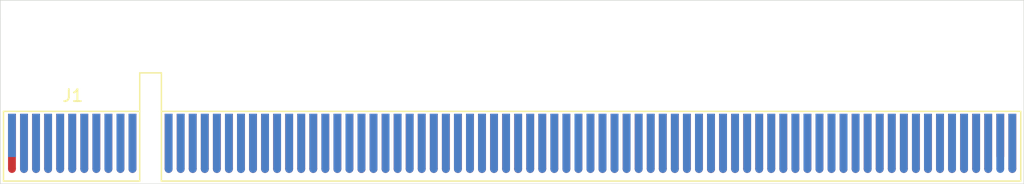
<source format=kicad_pcb>
(kicad_pcb (version 20171130) (host pcbnew "(5.1.4)-1")

  (general
    (thickness 1.6)
    (drawings 6)
    (tracks 0)
    (zones 0)
    (modules 1)
    (nets 163)
  )

  (page A4)
  (layers
    (0 F.Cu signal)
    (31 B.Cu signal)
    (32 B.Adhes user)
    (33 F.Adhes user)
    (34 B.Paste user)
    (35 F.Paste user)
    (36 B.SilkS user)
    (37 F.SilkS user)
    (38 B.Mask user)
    (39 F.Mask user)
    (40 Dwgs.User user)
    (41 Cmts.User user)
    (42 Eco1.User user)
    (43 Eco2.User user)
    (44 Edge.Cuts user)
    (45 Margin user)
    (46 B.CrtYd user)
    (47 F.CrtYd user)
    (48 B.Fab user)
    (49 F.Fab user)
  )

  (setup
    (last_trace_width 0.25)
    (trace_clearance 0.2)
    (zone_clearance 0.508)
    (zone_45_only no)
    (trace_min 0.2)
    (via_size 0.8)
    (via_drill 0.4)
    (via_min_size 0.4)
    (via_min_drill 0.3)
    (uvia_size 0.3)
    (uvia_drill 0.1)
    (uvias_allowed no)
    (uvia_min_size 0.2)
    (uvia_min_drill 0.1)
    (edge_width 0.05)
    (segment_width 0.2)
    (pcb_text_width 0.3)
    (pcb_text_size 1.5 1.5)
    (mod_edge_width 0.12)
    (mod_text_size 1 1)
    (mod_text_width 0.15)
    (pad_size 1.524 1.524)
    (pad_drill 0.762)
    (pad_to_mask_clearance 0.051)
    (solder_mask_min_width 0.25)
    (aux_axis_origin 0 0)
    (visible_elements FFFFFF7F)
    (pcbplotparams
      (layerselection 0x010fc_ffffffff)
      (usegerberextensions false)
      (usegerberattributes false)
      (usegerberadvancedattributes false)
      (creategerberjobfile false)
      (excludeedgelayer true)
      (linewidth 0.100000)
      (plotframeref false)
      (viasonmask false)
      (mode 1)
      (useauxorigin false)
      (hpglpennumber 1)
      (hpglpenspeed 20)
      (hpglpendiameter 15.000000)
      (psnegative false)
      (psa4output false)
      (plotreference true)
      (plotvalue true)
      (plotinvisibletext false)
      (padsonsilk false)
      (subtractmaskfromsilk false)
      (outputformat 1)
      (mirror false)
      (drillshape 1)
      (scaleselection 1)
      (outputdirectory ""))
  )

  (net 0 "")
  (net 1 "Net-(J1-PadB82)")
  (net 2 "Net-(J1-PadB78)")
  (net 3 "Net-(J1-PadB77)")
  (net 4 "Net-(J1-PadB71)")
  (net 5 "Net-(J1-PadB72)")
  (net 6 "Net-(J1-PadB80)")
  (net 7 "Net-(J1-PadB74)")
  (net 8 "Net-(J1-PadB76)")
  (net 9 "Net-(J1-PadB79)")
  (net 10 "Net-(J1-PadB75)")
  (net 11 "Net-(J1-PadB73)")
  (net 12 "Net-(J1-PadA76)")
  (net 13 "Net-(J1-PadA72)")
  (net 14 "Net-(J1-PadA73)")
  (net 15 "Net-(J1-PadA78)")
  (net 16 "Net-(J1-PadA70)")
  (net 17 "Net-(J1-PadA69)")
  (net 18 "Net-(J1-PadA79)")
  (net 19 "Net-(J1-PadA74)")
  (net 20 "Net-(J1-PadA75)")
  (net 21 "Net-(J1-PadA77)")
  (net 22 "Net-(J1-PadA82)")
  (net 23 "Net-(J1-PadA80)")
  (net 24 "Net-(J1-PadA71)")
  (net 25 "Net-(J1-PadA81)")
  (net 26 "Net-(J1-PadA49)")
  (net 27 "Net-(J1-PadA52)")
  (net 28 "Net-(J1-PadA50)")
  (net 29 "Net-(J1-PadA51)")
  (net 30 "Net-(J1-PadA53)")
  (net 31 "Net-(J1-PadA59)")
  (net 32 "Net-(J1-PadA56)")
  (net 33 "Net-(J1-PadA60)")
  (net 34 "Net-(J1-PadA57)")
  (net 35 "Net-(J1-PadA54)")
  (net 36 "Net-(J1-PadA55)")
  (net 37 "Net-(J1-PadA64)")
  (net 38 "Net-(J1-PadA63)")
  (net 39 "Net-(J1-PadA58)")
  (net 40 "Net-(J1-PadA61)")
  (net 41 "Net-(J1-PadA62)")
  (net 42 "Net-(J1-PadA66)")
  (net 43 "Net-(J1-PadA65)")
  (net 44 "Net-(J1-PadA68)")
  (net 45 "Net-(J1-PadA67)")
  (net 46 "Net-(J1-PadB1)")
  (net 47 "Net-(J1-PadB2)")
  (net 48 "Net-(J1-PadB3)")
  (net 49 "Net-(J1-PadB4)")
  (net 50 "Net-(J1-PadB5)")
  (net 51 "Net-(J1-PadB6)")
  (net 52 "Net-(J1-PadB7)")
  (net 53 "Net-(J1-PadB8)")
  (net 54 "Net-(J1-PadB9)")
  (net 55 "Net-(J1-PadB10)")
  (net 56 "Net-(J1-PadB11)")
  (net 57 "Net-(J1-PadB14)")
  (net 58 "Net-(J1-PadB15)")
  (net 59 "Net-(J1-PadB16)")
  (net 60 "Net-(J1-PadB18)")
  (net 61 "Net-(J1-PadB12)")
  (net 62 "Net-(J1-PadB13)")
  (net 63 "Net-(J1-PadA2)")
  (net 64 "Net-(J1-PadA3)")
  (net 65 "Net-(J1-PadA4)")
  (net 66 "Net-(J1-PadA5)")
  (net 67 "Net-(J1-PadA6)")
  (net 68 "Net-(J1-PadA7)")
  (net 69 "Net-(J1-PadA8)")
  (net 70 "Net-(J1-PadA9)")
  (net 71 "Net-(J1-PadA10)")
  (net 72 "Net-(J1-PadA11)")
  (net 73 "Net-(J1-PadA14)")
  (net 74 "Net-(J1-PadA15)")
  (net 75 "Net-(J1-PadA16)")
  (net 76 "Net-(J1-PadA17)")
  (net 77 "Net-(J1-PadA18)")
  (net 78 "Net-(J1-PadA12)")
  (net 79 "Net-(J1-PadA13)")
  (net 80 "Net-(J1-PadB17)")
  (net 81 "Net-(J1-PadA21)")
  (net 82 "Net-(J1-PadA20)")
  (net 83 "Net-(J1-PadB22)")
  (net 84 "Net-(J1-PadB24)")
  (net 85 "Net-(J1-PadB21)")
  (net 86 "Net-(J1-PadB19)")
  (net 87 "Net-(J1-PadA22)")
  (net 88 "Net-(J1-PadA23)")
  (net 89 "Net-(J1-PadB20)")
  (net 90 "Net-(J1-PadA19)")
  (net 91 "Net-(J1-PadA24)")
  (net 92 "Net-(J1-PadB23)")
  (net 93 "Net-(J1-PadB27)")
  (net 94 "Net-(J1-PadB28)")
  (net 95 "Net-(J1-PadB26)")
  (net 96 "Net-(J1-PadB25)")
  (net 97 "Net-(J1-PadA28)")
  (net 98 "Net-(J1-PadA27)")
  (net 99 "Net-(J1-PadA25)")
  (net 100 "Net-(J1-PadA26)")
  (net 101 "Net-(J1-PadB30)")
  (net 102 "Net-(J1-PadB31)")
  (net 103 "Net-(J1-PadB29)")
  (net 104 "Net-(J1-PadA30)")
  (net 105 "Net-(J1-PadA32)")
  (net 106 "Net-(J1-PadB32)")
  (net 107 "Net-(J1-PadA31)")
  (net 108 "Net-(J1-PadA29)")
  (net 109 "Net-(J1-PadB34)")
  (net 110 "Net-(J1-PadB35)")
  (net 111 "Net-(J1-PadB33)")
  (net 112 "Net-(J1-PadA34)")
  (net 113 "Net-(J1-PadA36)")
  (net 114 "Net-(J1-PadA35)")
  (net 115 "Net-(J1-PadB36)")
  (net 116 "Net-(J1-PadA33)")
  (net 117 "Net-(J1-PadB38)")
  (net 118 "Net-(J1-PadB39)")
  (net 119 "Net-(J1-PadB37)")
  (net 120 "Net-(J1-PadA38)")
  (net 121 "Net-(J1-PadA39)")
  (net 122 "Net-(J1-PadB40)")
  (net 123 "Net-(J1-PadA37)")
  (net 124 "Net-(J1-PadA40)")
  (net 125 "Net-(J1-PadB41)")
  (net 126 "Net-(J1-PadA42)")
  (net 127 "Net-(J1-PadA44)")
  (net 128 "Net-(J1-PadA43)")
  (net 129 "Net-(J1-PadA41)")
  (net 130 "Net-(J1-PadA46)")
  (net 131 "Net-(J1-PadA48)")
  (net 132 "Net-(J1-PadA47)")
  (net 133 "Net-(J1-PadA45)")
  (net 134 "Net-(J1-PadB43)")
  (net 135 "Net-(J1-PadB47)")
  (net 136 "Net-(J1-PadB44)")
  (net 137 "Net-(J1-PadB42)")
  (net 138 "Net-(J1-PadB45)")
  (net 139 "Net-(J1-PadB49)")
  (net 140 "Net-(J1-PadB52)")
  (net 141 "Net-(J1-PadB46)")
  (net 142 "Net-(J1-PadB56)")
  (net 143 "Net-(J1-PadB53)")
  (net 144 "Net-(J1-PadB48)")
  (net 145 "Net-(J1-PadB51)")
  (net 146 "Net-(J1-PadB55)")
  (net 147 "Net-(J1-PadB54)")
  (net 148 "Net-(J1-PadB57)")
  (net 149 "Net-(J1-PadB50)")
  (net 150 "Net-(J1-PadB64)")
  (net 151 "Net-(J1-PadB65)")
  (net 152 "Net-(J1-PadB60)")
  (net 153 "Net-(J1-PadB58)")
  (net 154 "Net-(J1-PadB62)")
  (net 155 "Net-(J1-PadB67)")
  (net 156 "Net-(J1-PadB66)")
  (net 157 "Net-(J1-PadB61)")
  (net 158 "Net-(J1-PadB59)")
  (net 159 "Net-(J1-PadB63)")
  (net 160 "Net-(J1-PadB68)")
  (net 161 "Net-(J1-PadB69)")
  (net 162 "Net-(J1-PadB70)")

  (net_class Default "これはデフォルトのネット クラスです。"
    (clearance 0.2)
    (trace_width 0.25)
    (via_dia 0.8)
    (via_drill 0.4)
    (uvia_dia 0.3)
    (uvia_drill 0.1)
    (add_net "Net-(J1-PadA1)")
    (add_net "Net-(J1-PadA10)")
    (add_net "Net-(J1-PadA11)")
    (add_net "Net-(J1-PadA12)")
    (add_net "Net-(J1-PadA13)")
    (add_net "Net-(J1-PadA14)")
    (add_net "Net-(J1-PadA15)")
    (add_net "Net-(J1-PadA16)")
    (add_net "Net-(J1-PadA17)")
    (add_net "Net-(J1-PadA18)")
    (add_net "Net-(J1-PadA19)")
    (add_net "Net-(J1-PadA2)")
    (add_net "Net-(J1-PadA20)")
    (add_net "Net-(J1-PadA21)")
    (add_net "Net-(J1-PadA22)")
    (add_net "Net-(J1-PadA23)")
    (add_net "Net-(J1-PadA24)")
    (add_net "Net-(J1-PadA25)")
    (add_net "Net-(J1-PadA26)")
    (add_net "Net-(J1-PadA27)")
    (add_net "Net-(J1-PadA28)")
    (add_net "Net-(J1-PadA29)")
    (add_net "Net-(J1-PadA3)")
    (add_net "Net-(J1-PadA30)")
    (add_net "Net-(J1-PadA31)")
    (add_net "Net-(J1-PadA32)")
    (add_net "Net-(J1-PadA33)")
    (add_net "Net-(J1-PadA34)")
    (add_net "Net-(J1-PadA35)")
    (add_net "Net-(J1-PadA36)")
    (add_net "Net-(J1-PadA37)")
    (add_net "Net-(J1-PadA38)")
    (add_net "Net-(J1-PadA39)")
    (add_net "Net-(J1-PadA4)")
    (add_net "Net-(J1-PadA40)")
    (add_net "Net-(J1-PadA41)")
    (add_net "Net-(J1-PadA42)")
    (add_net "Net-(J1-PadA43)")
    (add_net "Net-(J1-PadA44)")
    (add_net "Net-(J1-PadA45)")
    (add_net "Net-(J1-PadA46)")
    (add_net "Net-(J1-PadA47)")
    (add_net "Net-(J1-PadA48)")
    (add_net "Net-(J1-PadA49)")
    (add_net "Net-(J1-PadA5)")
    (add_net "Net-(J1-PadA50)")
    (add_net "Net-(J1-PadA51)")
    (add_net "Net-(J1-PadA52)")
    (add_net "Net-(J1-PadA53)")
    (add_net "Net-(J1-PadA54)")
    (add_net "Net-(J1-PadA55)")
    (add_net "Net-(J1-PadA56)")
    (add_net "Net-(J1-PadA57)")
    (add_net "Net-(J1-PadA58)")
    (add_net "Net-(J1-PadA59)")
    (add_net "Net-(J1-PadA6)")
    (add_net "Net-(J1-PadA60)")
    (add_net "Net-(J1-PadA61)")
    (add_net "Net-(J1-PadA62)")
    (add_net "Net-(J1-PadA63)")
    (add_net "Net-(J1-PadA64)")
    (add_net "Net-(J1-PadA65)")
    (add_net "Net-(J1-PadA66)")
    (add_net "Net-(J1-PadA67)")
    (add_net "Net-(J1-PadA68)")
    (add_net "Net-(J1-PadA69)")
    (add_net "Net-(J1-PadA7)")
    (add_net "Net-(J1-PadA70)")
    (add_net "Net-(J1-PadA71)")
    (add_net "Net-(J1-PadA72)")
    (add_net "Net-(J1-PadA73)")
    (add_net "Net-(J1-PadA74)")
    (add_net "Net-(J1-PadA75)")
    (add_net "Net-(J1-PadA76)")
    (add_net "Net-(J1-PadA77)")
    (add_net "Net-(J1-PadA78)")
    (add_net "Net-(J1-PadA79)")
    (add_net "Net-(J1-PadA8)")
    (add_net "Net-(J1-PadA80)")
    (add_net "Net-(J1-PadA81)")
    (add_net "Net-(J1-PadA82)")
    (add_net "Net-(J1-PadA9)")
    (add_net "Net-(J1-PadB1)")
    (add_net "Net-(J1-PadB10)")
    (add_net "Net-(J1-PadB11)")
    (add_net "Net-(J1-PadB12)")
    (add_net "Net-(J1-PadB13)")
    (add_net "Net-(J1-PadB14)")
    (add_net "Net-(J1-PadB15)")
    (add_net "Net-(J1-PadB16)")
    (add_net "Net-(J1-PadB17)")
    (add_net "Net-(J1-PadB18)")
    (add_net "Net-(J1-PadB19)")
    (add_net "Net-(J1-PadB2)")
    (add_net "Net-(J1-PadB20)")
    (add_net "Net-(J1-PadB21)")
    (add_net "Net-(J1-PadB22)")
    (add_net "Net-(J1-PadB23)")
    (add_net "Net-(J1-PadB24)")
    (add_net "Net-(J1-PadB25)")
    (add_net "Net-(J1-PadB26)")
    (add_net "Net-(J1-PadB27)")
    (add_net "Net-(J1-PadB28)")
    (add_net "Net-(J1-PadB29)")
    (add_net "Net-(J1-PadB3)")
    (add_net "Net-(J1-PadB30)")
    (add_net "Net-(J1-PadB31)")
    (add_net "Net-(J1-PadB32)")
    (add_net "Net-(J1-PadB33)")
    (add_net "Net-(J1-PadB34)")
    (add_net "Net-(J1-PadB35)")
    (add_net "Net-(J1-PadB36)")
    (add_net "Net-(J1-PadB37)")
    (add_net "Net-(J1-PadB38)")
    (add_net "Net-(J1-PadB39)")
    (add_net "Net-(J1-PadB4)")
    (add_net "Net-(J1-PadB40)")
    (add_net "Net-(J1-PadB41)")
    (add_net "Net-(J1-PadB42)")
    (add_net "Net-(J1-PadB43)")
    (add_net "Net-(J1-PadB44)")
    (add_net "Net-(J1-PadB45)")
    (add_net "Net-(J1-PadB46)")
    (add_net "Net-(J1-PadB47)")
    (add_net "Net-(J1-PadB48)")
    (add_net "Net-(J1-PadB49)")
    (add_net "Net-(J1-PadB5)")
    (add_net "Net-(J1-PadB50)")
    (add_net "Net-(J1-PadB51)")
    (add_net "Net-(J1-PadB52)")
    (add_net "Net-(J1-PadB53)")
    (add_net "Net-(J1-PadB54)")
    (add_net "Net-(J1-PadB55)")
    (add_net "Net-(J1-PadB56)")
    (add_net "Net-(J1-PadB57)")
    (add_net "Net-(J1-PadB58)")
    (add_net "Net-(J1-PadB59)")
    (add_net "Net-(J1-PadB6)")
    (add_net "Net-(J1-PadB60)")
    (add_net "Net-(J1-PadB61)")
    (add_net "Net-(J1-PadB62)")
    (add_net "Net-(J1-PadB63)")
    (add_net "Net-(J1-PadB64)")
    (add_net "Net-(J1-PadB65)")
    (add_net "Net-(J1-PadB66)")
    (add_net "Net-(J1-PadB67)")
    (add_net "Net-(J1-PadB68)")
    (add_net "Net-(J1-PadB69)")
    (add_net "Net-(J1-PadB7)")
    (add_net "Net-(J1-PadB70)")
    (add_net "Net-(J1-PadB71)")
    (add_net "Net-(J1-PadB72)")
    (add_net "Net-(J1-PadB73)")
    (add_net "Net-(J1-PadB74)")
    (add_net "Net-(J1-PadB75)")
    (add_net "Net-(J1-PadB76)")
    (add_net "Net-(J1-PadB77)")
    (add_net "Net-(J1-PadB78)")
    (add_net "Net-(J1-PadB79)")
    (add_net "Net-(J1-PadB8)")
    (add_net "Net-(J1-PadB80)")
    (add_net "Net-(J1-PadB81)")
    (add_net "Net-(J1-PadB82)")
    (add_net "Net-(J1-PadB9)")
  )

  (module PCIe:BUS_PCIexpress_x16_164_Position (layer F.Cu) (tedit 5DE0AF9B) (tstamp 5DE130A4)
    (at 101.092 126.238)
    (descr "PCIexpress Bus Edge Connector")
    (tags "PCIexpress Bus Edge Connector")
    (path /5E2B0BD4)
    (attr virtual)
    (fp_text reference J1 (at 5.05 -3.31) (layer F.SilkS)
      (effects (font (size 1 1) (thickness 0.15)))
    )
    (fp_text value Bus_PCIexpress_x16_164_Position (at 16.48 -3.31) (layer F.Fab)
      (effects (font (size 1 1) (thickness 0.15)))
    )
    (fp_text user %R (at 9.5 0.662) (layer F.Fab)
      (effects (font (size 1 1) (thickness 0.15)))
    )
    (fp_line (start 10.6 -2) (end 10.6 -5.2) (layer F.SilkS) (width 0.12))
    (fp_line (start 10.6 -5.2) (end 12.4 -5.2) (layer F.SilkS) (width 0.12))
    (fp_line (start 12.4 -5.2) (end 12.4 -2) (layer F.SilkS) (width 0.12))
    (fp_line (start -0.7 -2) (end 10.6 -2) (layer F.SilkS) (width 0.12))
    (fp_line (start 10.6 -2) (end 10.6 3.8) (layer F.SilkS) (width 0.12))
    (fp_line (start 10.6 3.8) (end -0.7 3.8) (layer F.SilkS) (width 0.12))
    (fp_line (start -0.7 3.8) (end -0.7 -2) (layer F.SilkS) (width 0.12))
    (fp_line (start 83.7 -2) (end 12.4 -2) (layer F.SilkS) (width 0.12))
    (fp_line (start 12.4 3.8) (end 83.7 3.8) (layer F.SilkS) (width 0.12))
    (fp_line (start 12.4 -2) (end 12.4 3.8) (layer F.SilkS) (width 0.12))
    (fp_line (start -0.95 -5.45) (end 83.947 -5.461) (layer F.CrtYd) (width 0.05))
    (fp_line (start -0.95 -5.45) (end -0.95 4.05) (layer F.CrtYd) (width 0.05))
    (fp_line (start 83.95 4.05) (end -0.95 4.05) (layer F.CrtYd) (width 0.05))
    (fp_line (start 83.7 -2) (end 83.7 3.8) (layer F.SilkS) (width 0.12))
    (fp_line (start 83.95 -5.461) (end 83.95 4.05) (layer F.CrtYd) (width 0.05))
    (pad B81 connect rect (at 82 0) (size 0.65 3.6) (layers F.Cu F.Mask))
    (pad B82 connect circle (at 83 2.8) (size 0.65 0.65) (layers F.Cu F.Mask)
      (net 1 "Net-(J1-PadB82)"))
    (pad B78 connect circle (at 79 2.8) (size 0.65 0.65) (layers F.Cu F.Mask)
      (net 2 "Net-(J1-PadB78)"))
    (pad B77 connect rect (at 78 0.5) (size 0.65 4.6) (layers F.Cu F.Mask)
      (net 3 "Net-(J1-PadB77)"))
    (pad B71 connect rect (at 72 0.5) (size 0.65 4.6) (layers F.Cu F.Mask)
      (net 4 "Net-(J1-PadB71)"))
    (pad B72 connect circle (at 73 2.8) (size 0.65 0.65) (layers F.Cu F.Mask)
      (net 5 "Net-(J1-PadB72)"))
    (pad B78 connect rect (at 79 0.5) (size 0.65 4.6) (layers F.Cu F.Mask)
      (net 2 "Net-(J1-PadB78)"))
    (pad B80 connect rect (at 81 0.5) (size 0.65 4.6) (layers F.Cu F.Mask)
      (net 6 "Net-(J1-PadB80)"))
    (pad B72 connect rect (at 73 0.5) (size 0.65 4.6) (layers F.Cu F.Mask)
      (net 5 "Net-(J1-PadB72)"))
    (pad B74 connect rect (at 75 0.5) (size 0.65 4.6) (layers F.Cu F.Mask)
      (net 7 "Net-(J1-PadB74)"))
    (pad B80 connect circle (at 81 2.8) (size 0.65 0.65) (layers F.Cu F.Mask)
      (net 6 "Net-(J1-PadB80)"))
    (pad B74 connect circle (at 75 2.8) (size 0.65 0.65) (layers F.Cu F.Mask)
      (net 7 "Net-(J1-PadB74)"))
    (pad B76 connect circle (at 77 2.8) (size 0.65 0.65) (layers F.Cu F.Mask)
      (net 8 "Net-(J1-PadB76)"))
    (pad B79 connect circle (at 80 2.8) (size 0.65 0.65) (layers F.Cu F.Mask)
      (net 9 "Net-(J1-PadB79)"))
    (pad B76 connect rect (at 77 0.5) (size 0.65 4.6) (layers F.Cu F.Mask)
      (net 8 "Net-(J1-PadB76)"))
    (pad B75 connect circle (at 76 2.8) (size 0.65 0.65) (layers F.Cu F.Mask)
      (net 10 "Net-(J1-PadB75)"))
    (pad B79 connect rect (at 80 0.5) (size 0.65 4.6) (layers F.Cu F.Mask)
      (net 9 "Net-(J1-PadB79)"))
    (pad B77 connect circle (at 78 2.8) (size 0.65 0.65) (layers F.Cu F.Mask)
      (net 3 "Net-(J1-PadB77)"))
    (pad B73 connect rect (at 74 0.5) (size 0.65 4.6) (layers F.Cu F.Mask)
      (net 11 "Net-(J1-PadB73)"))
    (pad B75 connect rect (at 76 0.5) (size 0.65 4.6) (layers F.Cu F.Mask)
      (net 10 "Net-(J1-PadB75)"))
    (pad B82 connect rect (at 83 0.5) (size 0.65 4.6) (layers F.Cu F.Mask)
      (net 1 "Net-(J1-PadB82)"))
    (pad B73 connect circle (at 74 2.8) (size 0.65 0.65) (layers F.Cu F.Mask)
      (net 11 "Net-(J1-PadB73)"))
    (pad A76 connect oval (at 77 2.8 90) (size 0.65 0.65) (layers B.Cu B.Mask)
      (net 12 "Net-(J1-PadA76)"))
    (pad A72 connect oval (at 73 2.8 90) (size 0.65 0.65) (layers B.Cu B.Mask)
      (net 13 "Net-(J1-PadA72)"))
    (pad A73 connect oval (at 74 2.8 90) (size 0.65 0.65) (layers B.Cu B.Mask)
      (net 14 "Net-(J1-PadA73)"))
    (pad A78 connect oval (at 79 2.8 90) (size 0.65 0.65) (layers B.Cu B.Mask)
      (net 15 "Net-(J1-PadA78)"))
    (pad A70 connect oval (at 71 2.8 90) (size 0.65 0.65) (layers B.Cu B.Mask)
      (net 16 "Net-(J1-PadA70)"))
    (pad A69 connect rect (at 70 0.5) (size 0.65 4.6) (layers B.Cu B.Mask)
      (net 17 "Net-(J1-PadA69)"))
    (pad A79 connect rect (at 80 0.5) (size 0.65 4.6) (layers B.Cu B.Mask)
      (net 18 "Net-(J1-PadA79)"))
    (pad A74 connect rect (at 75 0.5) (size 0.65 4.6) (layers B.Cu B.Mask)
      (net 19 "Net-(J1-PadA74)"))
    (pad A75 connect rect (at 76 0.5) (size 0.65 4.6) (layers B.Cu B.Mask)
      (net 20 "Net-(J1-PadA75)"))
    (pad A74 connect oval (at 75 2.8 90) (size 0.65 0.65) (layers B.Cu B.Mask)
      (net 19 "Net-(J1-PadA74)"))
    (pad A75 connect oval (at 76 2.8 90) (size 0.65 0.65) (layers B.Cu B.Mask)
      (net 20 "Net-(J1-PadA75)"))
    (pad A78 connect rect (at 79 0.5) (size 0.65 4.6) (layers B.Cu B.Mask)
      (net 15 "Net-(J1-PadA78)"))
    (pad A77 connect oval (at 78 2.8 90) (size 0.65 0.65) (layers B.Cu B.Mask)
      (net 21 "Net-(J1-PadA77)"))
    (pad A77 connect rect (at 78 0.5) (size 0.65 4.6) (layers B.Cu B.Mask)
      (net 21 "Net-(J1-PadA77)"))
    (pad A82 connect rect (at 83 0.5) (size 0.65 4.6) (layers B.Cu B.Mask)
      (net 22 "Net-(J1-PadA82)"))
    (pad A80 connect rect (at 81 0.5) (size 0.65 4.6) (layers B.Cu B.Mask)
      (net 23 "Net-(J1-PadA80)"))
    (pad A79 connect oval (at 80 2.8 90) (size 0.65 0.65) (layers B.Cu B.Mask)
      (net 18 "Net-(J1-PadA79)"))
    (pad A71 connect rect (at 72 0.5) (size 0.65 4.6) (layers B.Cu B.Mask)
      (net 24 "Net-(J1-PadA71)"))
    (pad A71 connect oval (at 72 2.8 90) (size 0.65 0.65) (layers B.Cu B.Mask)
      (net 24 "Net-(J1-PadA71)"))
    (pad A69 connect oval (at 70 2.8 90) (size 0.65 0.65) (layers B.Cu B.Mask)
      (net 17 "Net-(J1-PadA69)"))
    (pad A76 connect rect (at 77 0.5) (size 0.65 4.6) (layers B.Cu B.Mask)
      (net 12 "Net-(J1-PadA76)"))
    (pad A82 connect oval (at 83 2.8 90) (size 0.65 0.65) (layers B.Cu B.Mask)
      (net 22 "Net-(J1-PadA82)"))
    (pad A81 connect oval (at 82 2.8 90) (size 0.65 0.65) (layers B.Cu B.Mask)
      (net 25 "Net-(J1-PadA81)"))
    (pad A81 connect rect (at 82 0.5) (size 0.65 4.6) (layers B.Cu B.Mask)
      (net 25 "Net-(J1-PadA81)"))
    (pad A80 connect oval (at 81 2.8 90) (size 0.65 0.65) (layers B.Cu B.Mask)
      (net 23 "Net-(J1-PadA80)"))
    (pad A73 connect rect (at 74 0.5) (size 0.65 4.6) (layers B.Cu B.Mask)
      (net 14 "Net-(J1-PadA73)"))
    (pad A49 connect rect (at 50 0.5) (size 0.65 4.6) (layers B.Cu B.Mask)
      (net 26 "Net-(J1-PadA49)"))
    (pad A52 connect rect (at 53 0.5) (size 0.65 4.6) (layers B.Cu B.Mask)
      (net 27 "Net-(J1-PadA52)"))
    (pad A50 connect rect (at 51 0.5) (size 0.65 4.6) (layers B.Cu B.Mask)
      (net 28 "Net-(J1-PadA50)"))
    (pad A51 connect rect (at 52 0.5) (size 0.65 4.6) (layers B.Cu B.Mask)
      (net 29 "Net-(J1-PadA51)"))
    (pad A53 connect rect (at 54 0.5) (size 0.65 4.6) (layers B.Cu B.Mask)
      (net 30 "Net-(J1-PadA53)"))
    (pad A59 connect rect (at 60 0.5) (size 0.65 4.6) (layers B.Cu B.Mask)
      (net 31 "Net-(J1-PadA59)"))
    (pad A56 connect oval (at 57 2.8 90) (size 0.65 0.65) (layers B.Cu B.Mask)
      (net 32 "Net-(J1-PadA56)"))
    (pad A49 connect oval (at 50 2.8 90) (size 0.65 0.65) (layers B.Cu B.Mask)
      (net 26 "Net-(J1-PadA49)"))
    (pad A60 connect rect (at 61 0.5) (size 0.65 4.6) (layers B.Cu B.Mask)
      (net 33 "Net-(J1-PadA60)"))
    (pad A53 connect oval (at 54 2.8 90) (size 0.65 0.65) (layers B.Cu B.Mask)
      (net 30 "Net-(J1-PadA53)"))
    (pad A57 connect oval (at 58 2.8 90) (size 0.65 0.65) (layers B.Cu B.Mask)
      (net 34 "Net-(J1-PadA57)"))
    (pad A50 connect oval (at 51 2.8 90) (size 0.65 0.65) (layers B.Cu B.Mask)
      (net 28 "Net-(J1-PadA50)"))
    (pad A51 connect oval (at 52 2.8 90) (size 0.65 0.65) (layers B.Cu B.Mask)
      (net 29 "Net-(J1-PadA51)"))
    (pad A60 connect oval (at 61 2.8 90) (size 0.65 0.65) (layers B.Cu B.Mask)
      (net 33 "Net-(J1-PadA60)"))
    (pad A54 connect oval (at 55 2.8 90) (size 0.65 0.65) (layers B.Cu B.Mask)
      (net 35 "Net-(J1-PadA54)"))
    (pad A59 connect oval (at 60 2.8 90) (size 0.65 0.65) (layers B.Cu B.Mask)
      (net 31 "Net-(J1-PadA59)"))
    (pad A52 connect oval (at 53 2.8 90) (size 0.65 0.65) (layers B.Cu B.Mask)
      (net 27 "Net-(J1-PadA52)"))
    (pad A54 connect rect (at 55 0.5) (size 0.65 4.6) (layers B.Cu B.Mask)
      (net 35 "Net-(J1-PadA54)"))
    (pad A55 connect rect (at 56 0.5) (size 0.65 4.6) (layers B.Cu B.Mask)
      (net 36 "Net-(J1-PadA55)"))
    (pad A64 connect oval (at 65 2.8 90) (size 0.65 0.65) (layers B.Cu B.Mask)
      (net 37 "Net-(J1-PadA64)"))
    (pad A56 connect rect (at 57 0.5) (size 0.65 4.6) (layers B.Cu B.Mask)
      (net 32 "Net-(J1-PadA56)"))
    (pad A57 connect rect (at 58 0.5) (size 0.65 4.6) (layers B.Cu B.Mask)
      (net 34 "Net-(J1-PadA57)"))
    (pad A63 connect oval (at 64 2.8 90) (size 0.65 0.65) (layers B.Cu B.Mask)
      (net 38 "Net-(J1-PadA63)"))
    (pad A58 connect oval (at 59 2.8 90) (size 0.65 0.65) (layers B.Cu B.Mask)
      (net 39 "Net-(J1-PadA58)"))
    (pad A55 connect oval (at 56 2.8 90) (size 0.65 0.65) (layers B.Cu B.Mask)
      (net 36 "Net-(J1-PadA55)"))
    (pad A58 connect rect (at 59 0.5) (size 0.65 4.6) (layers B.Cu B.Mask)
      (net 39 "Net-(J1-PadA58)"))
    (pad A61 connect rect (at 62 0.5) (size 0.65 4.6) (layers B.Cu B.Mask)
      (net 40 "Net-(J1-PadA61)"))
    (pad A61 connect oval (at 62 2.8 90) (size 0.65 0.65) (layers B.Cu B.Mask)
      (net 40 "Net-(J1-PadA61)"))
    (pad A62 connect oval (at 63 2.8 90) (size 0.65 0.65) (layers B.Cu B.Mask)
      (net 41 "Net-(J1-PadA62)"))
    (pad A66 connect rect (at 67 0.5) (size 0.65 4.6) (layers B.Cu B.Mask)
      (net 42 "Net-(J1-PadA66)"))
    (pad A65 connect oval (at 66 2.8 90) (size 0.65 0.65) (layers B.Cu B.Mask)
      (net 43 "Net-(J1-PadA65)"))
    (pad A66 connect oval (at 67 2.8 90) (size 0.65 0.65) (layers B.Cu B.Mask)
      (net 42 "Net-(J1-PadA66)"))
    (pad A68 connect oval (at 69 2.8 90) (size 0.65 0.65) (layers B.Cu B.Mask)
      (net 44 "Net-(J1-PadA68)"))
    (pad A68 connect rect (at 69 0.5) (size 0.65 4.6) (layers B.Cu B.Mask)
      (net 44 "Net-(J1-PadA68)"))
    (pad A64 connect rect (at 65 0.5) (size 0.65 4.6) (layers B.Cu B.Mask)
      (net 37 "Net-(J1-PadA64)"))
    (pad A67 connect oval (at 68 2.8 90) (size 0.65 0.65) (layers B.Cu B.Mask)
      (net 45 "Net-(J1-PadA67)"))
    (pad A67 connect rect (at 68 0.5) (size 0.65 4.6) (layers B.Cu B.Mask)
      (net 45 "Net-(J1-PadA67)"))
    (pad A65 connect rect (at 66 0.5) (size 0.65 4.6) (layers B.Cu B.Mask)
      (net 43 "Net-(J1-PadA65)"))
    (pad A70 connect rect (at 71 0.5) (size 0.65 4.6) (layers B.Cu B.Mask)
      (net 16 "Net-(J1-PadA70)"))
    (pad A72 connect rect (at 73 0.5) (size 0.65 4.6) (layers B.Cu B.Mask)
      (net 13 "Net-(J1-PadA72)"))
    (pad A63 connect rect (at 64 0.5) (size 0.65 4.6) (layers B.Cu B.Mask)
      (net 38 "Net-(J1-PadA63)"))
    (pad A62 connect rect (at 63 0.5) (size 0.65 4.6) (layers B.Cu B.Mask)
      (net 41 "Net-(J1-PadA62)"))
    (pad B1 connect rect (at 0 0.5) (size 0.65 4.6) (layers F.Cu F.Mask)
      (net 46 "Net-(J1-PadB1)"))
    (pad B2 connect rect (at 1 0.5) (size 0.65 4.6) (layers F.Cu F.Mask)
      (net 47 "Net-(J1-PadB2)"))
    (pad B3 connect rect (at 2 0.5) (size 0.65 4.6) (layers F.Cu F.Mask)
      (net 48 "Net-(J1-PadB3)"))
    (pad B4 connect rect (at 3 0.5) (size 0.65 4.6) (layers F.Cu F.Mask)
      (net 49 "Net-(J1-PadB4)"))
    (pad B5 connect rect (at 4 0.5) (size 0.65 4.6) (layers F.Cu F.Mask)
      (net 50 "Net-(J1-PadB5)"))
    (pad B6 connect rect (at 5 0.5) (size 0.65 4.6) (layers F.Cu F.Mask)
      (net 51 "Net-(J1-PadB6)"))
    (pad B7 connect rect (at 6 0.5) (size 0.65 4.6) (layers F.Cu F.Mask)
      (net 52 "Net-(J1-PadB7)"))
    (pad B8 connect rect (at 7 0.5) (size 0.65 4.6) (layers F.Cu F.Mask)
      (net 53 "Net-(J1-PadB8)"))
    (pad B9 connect rect (at 8 0.5) (size 0.65 4.6) (layers F.Cu F.Mask)
      (net 54 "Net-(J1-PadB9)"))
    (pad B10 connect rect (at 9 0.5) (size 0.65 4.6) (layers F.Cu F.Mask)
      (net 55 "Net-(J1-PadB10)"))
    (pad B11 connect rect (at 10 0.5) (size 0.65 4.6) (layers F.Cu F.Mask)
      (net 56 "Net-(J1-PadB11)"))
    (pad B14 connect rect (at 15 0.5) (size 0.65 4.6) (layers F.Cu F.Mask)
      (net 57 "Net-(J1-PadB14)"))
    (pad B15 connect rect (at 16 0.5) (size 0.65 4.6) (layers F.Cu F.Mask)
      (net 58 "Net-(J1-PadB15)"))
    (pad B16 connect rect (at 17 0.5) (size 0.65 4.6) (layers F.Cu F.Mask)
      (net 59 "Net-(J1-PadB16)"))
    (pad B18 connect rect (at 19 0.5) (size 0.65 4.6) (layers F.Cu F.Mask)
      (net 60 "Net-(J1-PadB18)"))
    (pad B12 connect rect (at 13 0.5) (size 0.65 4.6) (layers F.Cu F.Mask)
      (net 61 "Net-(J1-PadB12)"))
    (pad B13 connect rect (at 14 0.5) (size 0.65 4.6) (layers F.Cu F.Mask)
      (net 62 "Net-(J1-PadB13)"))
    (pad A1 connect rect (at 0 0) (size 0.65 3.6) (layers B.Cu B.Mask))
    (pad A2 connect rect (at 1 0.5) (size 0.65 4.6) (layers B.Cu B.Mask)
      (net 63 "Net-(J1-PadA2)"))
    (pad A3 connect rect (at 2 0.5) (size 0.65 4.6) (layers B.Cu B.Mask)
      (net 64 "Net-(J1-PadA3)"))
    (pad A4 connect rect (at 3 0.5) (size 0.65 4.6) (layers B.Cu B.Mask)
      (net 65 "Net-(J1-PadA4)"))
    (pad A5 connect rect (at 4 0.5) (size 0.65 4.6) (layers B.Cu B.Mask)
      (net 66 "Net-(J1-PadA5)"))
    (pad A6 connect rect (at 5 0.5) (size 0.65 4.6) (layers B.Cu B.Mask)
      (net 67 "Net-(J1-PadA6)"))
    (pad A7 connect rect (at 6 0.5) (size 0.65 4.6) (layers B.Cu B.Mask)
      (net 68 "Net-(J1-PadA7)"))
    (pad A8 connect rect (at 7 0.5) (size 0.65 4.6) (layers B.Cu B.Mask)
      (net 69 "Net-(J1-PadA8)"))
    (pad A9 connect rect (at 8 0.5) (size 0.65 4.6) (layers B.Cu B.Mask)
      (net 70 "Net-(J1-PadA9)"))
    (pad A10 connect rect (at 9 0.5) (size 0.65 4.6) (layers B.Cu B.Mask)
      (net 71 "Net-(J1-PadA10)"))
    (pad A11 connect rect (at 10 0.5) (size 0.65 4.6) (layers B.Cu B.Mask)
      (net 72 "Net-(J1-PadA11)"))
    (pad A14 connect rect (at 15 0.5) (size 0.65 4.6) (layers B.Cu B.Mask)
      (net 73 "Net-(J1-PadA14)"))
    (pad A15 connect rect (at 16 0.5) (size 0.65 4.6) (layers B.Cu B.Mask)
      (net 74 "Net-(J1-PadA15)"))
    (pad A16 connect rect (at 17 0.5) (size 0.65 4.6) (layers B.Cu B.Mask)
      (net 75 "Net-(J1-PadA16)"))
    (pad A17 connect rect (at 18 0.5) (size 0.65 4.6) (layers B.Cu B.Mask)
      (net 76 "Net-(J1-PadA17)"))
    (pad A18 connect rect (at 19 0.5) (size 0.65 4.6) (layers B.Cu B.Mask)
      (net 77 "Net-(J1-PadA18)"))
    (pad A12 connect rect (at 13 0.5) (size 0.65 4.6) (layers B.Cu B.Mask)
      (net 78 "Net-(J1-PadA12)"))
    (pad A13 connect rect (at 14 0.5) (size 0.65 4.6) (layers B.Cu B.Mask)
      (net 79 "Net-(J1-PadA13)"))
    (pad B3 connect circle (at 2 2.8) (size 0.65 0.65) (layers F.Cu F.Mask)
      (net 48 "Net-(J1-PadB3)"))
    (pad B4 connect circle (at 3 2.8) (size 0.65 0.65) (layers F.Cu F.Mask)
      (net 49 "Net-(J1-PadB4)"))
    (pad B5 connect circle (at 4 2.8) (size 0.65 0.65) (layers F.Cu F.Mask)
      (net 50 "Net-(J1-PadB5)"))
    (pad B6 connect circle (at 5 2.8) (size 0.65 0.65) (layers F.Cu F.Mask)
      (net 51 "Net-(J1-PadB6)"))
    (pad B7 connect circle (at 6 2.8) (size 0.65 0.65) (layers F.Cu F.Mask)
      (net 52 "Net-(J1-PadB7)"))
    (pad B8 connect circle (at 7 2.8) (size 0.65 0.65) (layers F.Cu F.Mask)
      (net 53 "Net-(J1-PadB8)"))
    (pad B9 connect circle (at 8 2.8) (size 0.65 0.65) (layers F.Cu F.Mask)
      (net 54 "Net-(J1-PadB9)"))
    (pad B10 connect circle (at 9 2.8) (size 0.65 0.65) (layers F.Cu F.Mask)
      (net 55 "Net-(J1-PadB10)"))
    (pad B11 connect circle (at 10 2.8) (size 0.65 0.65) (layers F.Cu F.Mask)
      (net 56 "Net-(J1-PadB11)"))
    (pad B1 connect circle (at 0 2.8) (size 0.65 0.65) (layers F.Cu F.Mask)
      (net 46 "Net-(J1-PadB1)"))
    (pad B12 connect circle (at 13 2.8) (size 0.65 0.65) (layers F.Cu F.Mask)
      (net 61 "Net-(J1-PadB12)"))
    (pad B13 connect circle (at 14 2.8) (size 0.65 0.65) (layers F.Cu F.Mask)
      (net 62 "Net-(J1-PadB13)"))
    (pad B14 connect circle (at 15 2.8) (size 0.65 0.65) (layers F.Cu F.Mask)
      (net 57 "Net-(J1-PadB14)"))
    (pad B15 connect circle (at 16 2.8) (size 0.65 0.65) (layers F.Cu F.Mask)
      (net 58 "Net-(J1-PadB15)"))
    (pad B16 connect circle (at 17 2.8) (size 0.65 0.65) (layers F.Cu F.Mask)
      (net 59 "Net-(J1-PadB16)"))
    (pad B2 connect circle (at 1 2.8) (size 0.65 0.65) (layers F.Cu F.Mask)
      (net 47 "Net-(J1-PadB2)"))
    (pad A4 connect oval (at 3 2.8 90) (size 0.65 0.65) (layers B.Cu B.Mask)
      (net 65 "Net-(J1-PadA4)"))
    (pad A5 connect oval (at 4 2.8 90) (size 0.65 0.65) (layers B.Cu B.Mask)
      (net 66 "Net-(J1-PadA5)"))
    (pad A6 connect oval (at 5 2.8 90) (size 0.65 0.65) (layers B.Cu B.Mask)
      (net 67 "Net-(J1-PadA6)"))
    (pad A7 connect oval (at 6 2.8 90) (size 0.65 0.65) (layers B.Cu B.Mask)
      (net 68 "Net-(J1-PadA7)"))
    (pad A8 connect oval (at 7 2.8 90) (size 0.65 0.65) (layers B.Cu B.Mask)
      (net 69 "Net-(J1-PadA8)"))
    (pad A9 connect oval (at 8 2.8 90) (size 0.65 0.65) (layers B.Cu B.Mask)
      (net 70 "Net-(J1-PadA9)"))
    (pad A10 connect oval (at 9 2.8 90) (size 0.65 0.65) (layers B.Cu B.Mask)
      (net 71 "Net-(J1-PadA10)"))
    (pad A14 connect oval (at 15 2.8 90) (size 0.65 0.65) (layers B.Cu B.Mask)
      (net 73 "Net-(J1-PadA14)"))
    (pad A15 connect oval (at 16 2.8 90) (size 0.65 0.65) (layers B.Cu B.Mask)
      (net 74 "Net-(J1-PadA15)"))
    (pad A3 connect oval (at 2 2.8 90) (size 0.65 0.65) (layers B.Cu B.Mask)
      (net 64 "Net-(J1-PadA3)"))
    (pad A13 connect oval (at 14 2.8 90) (size 0.65 0.65) (layers B.Cu B.Mask)
      (net 79 "Net-(J1-PadA13)"))
    (pad A16 connect oval (at 17 2.8 90) (size 0.65 0.65) (layers B.Cu B.Mask)
      (net 75 "Net-(J1-PadA16)"))
    (pad A11 connect oval (at 10 2.8 90) (size 0.65 0.65) (layers B.Cu B.Mask)
      (net 72 "Net-(J1-PadA11)"))
    (pad A12 connect oval (at 13 2.8 90) (size 0.65 0.65) (layers B.Cu B.Mask)
      (net 78 "Net-(J1-PadA12)"))
    (pad A17 connect oval (at 18 2.8 90) (size 0.65 0.65) (layers B.Cu B.Mask)
      (net 76 "Net-(J1-PadA17)"))
    (pad A18 connect oval (at 19 2.8 90) (size 0.65 0.65) (layers B.Cu B.Mask)
      (net 77 "Net-(J1-PadA18)"))
    (pad A2 connect oval (at 1 2.8 90) (size 0.65 0.65) (layers B.Cu B.Mask)
      (net 63 "Net-(J1-PadA2)"))
    (pad B17 connect rect (at 18 0.5) (size 0.65 4.6) (layers F.Cu F.Mask)
      (net 80 "Net-(J1-PadB17)"))
    (pad B17 connect circle (at 18 2.8) (size 0.65 0.65) (layers F.Cu F.Mask)
      (net 80 "Net-(J1-PadB17)"))
    (pad A21 connect rect (at 22 0.5) (size 0.65 4.6) (layers B.Cu B.Mask)
      (net 81 "Net-(J1-PadA21)"))
    (pad A20 connect rect (at 21 0.5) (size 0.65 4.6) (layers B.Cu B.Mask)
      (net 82 "Net-(J1-PadA20)"))
    (pad B22 connect rect (at 23 0.5) (size 0.65 4.6) (layers F.Cu F.Mask)
      (net 83 "Net-(J1-PadB22)"))
    (pad B24 connect rect (at 25 0.5) (size 0.65 4.6) (layers F.Cu F.Mask)
      (net 84 "Net-(J1-PadB24)"))
    (pad B24 connect circle (at 25 2.8) (size 0.65 0.65) (layers F.Cu F.Mask)
      (net 84 "Net-(J1-PadB24)"))
    (pad B21 connect rect (at 22 0.5) (size 0.65 4.6) (layers F.Cu F.Mask)
      (net 85 "Net-(J1-PadB21)"))
    (pad B19 connect rect (at 20 0.5) (size 0.65 4.6) (layers F.Cu F.Mask)
      (net 86 "Net-(J1-PadB19)"))
    (pad A22 connect rect (at 23 0.5) (size 0.65 4.6) (layers B.Cu B.Mask)
      (net 87 "Net-(J1-PadA22)"))
    (pad A23 connect rect (at 24 0.5) (size 0.65 4.6) (layers B.Cu B.Mask)
      (net 88 "Net-(J1-PadA23)"))
    (pad B20 connect rect (at 21 0.5) (size 0.65 4.6) (layers F.Cu F.Mask)
      (net 89 "Net-(J1-PadB20)"))
    (pad A19 connect rect (at 20 0.5) (size 0.65 4.6) (layers B.Cu B.Mask)
      (net 90 "Net-(J1-PadA19)"))
    (pad A20 connect oval (at 21 2.8 90) (size 0.65 0.65) (layers B.Cu B.Mask)
      (net 82 "Net-(J1-PadA20)"))
    (pad A22 connect oval (at 23 2.8 90) (size 0.65 0.65) (layers B.Cu B.Mask)
      (net 87 "Net-(J1-PadA22)"))
    (pad A18 connect oval (at 19 2.8 90) (size 0.65 0.65) (layers B.Cu B.Mask)
      (net 77 "Net-(J1-PadA18)"))
    (pad B20 connect circle (at 21 2.8) (size 0.65 0.65) (layers F.Cu F.Mask)
      (net 89 "Net-(J1-PadB20)"))
    (pad B22 connect circle (at 23 2.8) (size 0.65 0.65) (layers F.Cu F.Mask)
      (net 83 "Net-(J1-PadB22)"))
    (pad A23 connect oval (at 24 2.8 90) (size 0.65 0.65) (layers B.Cu B.Mask)
      (net 88 "Net-(J1-PadA23)"))
    (pad B19 connect circle (at 20 2.8) (size 0.65 0.65) (layers F.Cu F.Mask)
      (net 86 "Net-(J1-PadB19)"))
    (pad A24 connect oval (at 25 2.8 90) (size 0.65 0.65) (layers B.Cu B.Mask)
      (net 91 "Net-(J1-PadA24)"))
    (pad A21 connect oval (at 22 2.8 90) (size 0.65 0.65) (layers B.Cu B.Mask)
      (net 81 "Net-(J1-PadA21)"))
    (pad B21 connect circle (at 22 2.8) (size 0.65 0.65) (layers F.Cu F.Mask)
      (net 85 "Net-(J1-PadB21)"))
    (pad A19 connect oval (at 20 2.8 90) (size 0.65 0.65) (layers B.Cu B.Mask)
      (net 90 "Net-(J1-PadA19)"))
    (pad B18 connect circle (at 19 2.8) (size 0.65 0.65) (layers F.Cu F.Mask)
      (net 60 "Net-(J1-PadB18)"))
    (pad B23 connect circle (at 24 2.8) (size 0.65 0.65) (layers F.Cu F.Mask)
      (net 92 "Net-(J1-PadB23)"))
    (pad B23 connect rect (at 24 0.5) (size 0.65 4.6) (layers F.Cu F.Mask)
      (net 92 "Net-(J1-PadB23)"))
    (pad B27 connect rect (at 28 0.5) (size 0.65 4.6) (layers F.Cu F.Mask)
      (net 93 "Net-(J1-PadB27)"))
    (pad B28 connect rect (at 29 0.5) (size 0.65 4.6) (layers F.Cu F.Mask)
      (net 94 "Net-(J1-PadB28)"))
    (pad B26 connect rect (at 27 0.5) (size 0.65 4.6) (layers F.Cu F.Mask)
      (net 95 "Net-(J1-PadB26)"))
    (pad B25 connect rect (at 26 0.5) (size 0.65 4.6) (layers F.Cu F.Mask)
      (net 96 "Net-(J1-PadB25)"))
    (pad B28 connect circle (at 29 2.8) (size 0.65 0.65) (layers F.Cu F.Mask)
      (net 94 "Net-(J1-PadB28)"))
    (pad B27 connect circle (at 28 2.8) (size 0.65 0.65) (layers F.Cu F.Mask)
      (net 93 "Net-(J1-PadB27)"))
    (pad A28 connect oval (at 29 2.8 90) (size 0.65 0.65) (layers B.Cu B.Mask)
      (net 97 "Net-(J1-PadA28)"))
    (pad A27 connect oval (at 28 2.8 90) (size 0.65 0.65) (layers B.Cu B.Mask)
      (net 98 "Net-(J1-PadA27)"))
    (pad A24 connect rect (at 25 0.5) (size 0.65 4.6) (layers B.Cu B.Mask)
      (net 91 "Net-(J1-PadA24)"))
    (pad A27 connect rect (at 28 0.5) (size 0.65 4.6) (layers B.Cu B.Mask)
      (net 98 "Net-(J1-PadA27)"))
    (pad A25 connect rect (at 26 0.5) (size 0.65 4.6) (layers B.Cu B.Mask)
      (net 99 "Net-(J1-PadA25)"))
    (pad B25 connect circle (at 26 2.8) (size 0.65 0.65) (layers F.Cu F.Mask)
      (net 96 "Net-(J1-PadB25)"))
    (pad A26 connect rect (at 27 0.5) (size 0.65 4.6) (layers B.Cu B.Mask)
      (net 100 "Net-(J1-PadA26)"))
    (pad A26 connect oval (at 27 2.8 90) (size 0.65 0.65) (layers B.Cu B.Mask)
      (net 100 "Net-(J1-PadA26)"))
    (pad B26 connect circle (at 27 2.8) (size 0.65 0.65) (layers F.Cu F.Mask)
      (net 95 "Net-(J1-PadB26)"))
    (pad A25 connect oval (at 26 2.8 90) (size 0.65 0.65) (layers B.Cu B.Mask)
      (net 99 "Net-(J1-PadA25)"))
    (pad B30 connect rect (at 31 0.5) (size 0.65 4.6) (layers F.Cu F.Mask)
      (net 101 "Net-(J1-PadB30)"))
    (pad B31 connect rect (at 32 0.5) (size 0.65 4.6) (layers F.Cu F.Mask)
      (net 102 "Net-(J1-PadB31)"))
    (pad B29 connect rect (at 30 0.5) (size 0.65 4.6) (layers F.Cu F.Mask)
      (net 103 "Net-(J1-PadB29)"))
    (pad A30 connect rect (at 31 0.5) (size 0.65 4.6) (layers B.Cu B.Mask)
      (net 104 "Net-(J1-PadA30)"))
    (pad A32 connect rect (at 33 0.5) (size 0.65 4.6) (layers B.Cu B.Mask)
      (net 105 "Net-(J1-PadA32)"))
    (pad B32 connect rect (at 33 0.5) (size 0.65 4.6) (layers F.Cu F.Mask)
      (net 106 "Net-(J1-PadB32)"))
    (pad A28 connect rect (at 29 0.5) (size 0.65 4.6) (layers B.Cu B.Mask)
      (net 97 "Net-(J1-PadA28)"))
    (pad A31 connect rect (at 32 0.5) (size 0.65 4.6) (layers B.Cu B.Mask)
      (net 107 "Net-(J1-PadA31)"))
    (pad A31 connect oval (at 32 2.8 90) (size 0.65 0.65) (layers B.Cu B.Mask)
      (net 107 "Net-(J1-PadA31)"))
    (pad B28 connect circle (at 29 2.8) (size 0.65 0.65) (layers F.Cu F.Mask)
      (net 94 "Net-(J1-PadB28)"))
    (pad B29 connect circle (at 30 2.8) (size 0.65 0.65) (layers F.Cu F.Mask)
      (net 103 "Net-(J1-PadB29)"))
    (pad A29 connect oval (at 30 2.8 90) (size 0.65 0.65) (layers B.Cu B.Mask)
      (net 108 "Net-(J1-PadA29)"))
    (pad A32 connect oval (at 33 2.8 90) (size 0.65 0.65) (layers B.Cu B.Mask)
      (net 105 "Net-(J1-PadA32)"))
    (pad B30 connect circle (at 31 2.8) (size 0.65 0.65) (layers F.Cu F.Mask)
      (net 101 "Net-(J1-PadB30)"))
    (pad A30 connect oval (at 31 2.8 90) (size 0.65 0.65) (layers B.Cu B.Mask)
      (net 104 "Net-(J1-PadA30)"))
    (pad B31 connect circle (at 32 2.8) (size 0.65 0.65) (layers F.Cu F.Mask)
      (net 102 "Net-(J1-PadB31)"))
    (pad A29 connect rect (at 30 0.5) (size 0.65 4.6) (layers B.Cu B.Mask)
      (net 108 "Net-(J1-PadA29)"))
    (pad B34 connect rect (at 35 0.5) (size 0.65 4.6) (layers F.Cu F.Mask)
      (net 109 "Net-(J1-PadB34)"))
    (pad B35 connect rect (at 36 0.5) (size 0.65 4.6) (layers F.Cu F.Mask)
      (net 110 "Net-(J1-PadB35)"))
    (pad B33 connect rect (at 34 0.5) (size 0.65 4.6) (layers F.Cu F.Mask)
      (net 111 "Net-(J1-PadB33)"))
    (pad A34 connect rect (at 35 0.5) (size 0.65 4.6) (layers B.Cu B.Mask)
      (net 112 "Net-(J1-PadA34)"))
    (pad A36 connect rect (at 37 0.5) (size 0.65 4.6) (layers B.Cu B.Mask)
      (net 113 "Net-(J1-PadA36)"))
    (pad A35 connect rect (at 36 0.5) (size 0.65 4.6) (layers B.Cu B.Mask)
      (net 114 "Net-(J1-PadA35)"))
    (pad A35 connect oval (at 36 2.8 90) (size 0.65 0.65) (layers B.Cu B.Mask)
      (net 114 "Net-(J1-PadA35)"))
    (pad B32 connect circle (at 33 2.8) (size 0.65 0.65) (layers F.Cu F.Mask)
      (net 106 "Net-(J1-PadB32)"))
    (pad B36 connect circle (at 37 2.8) (size 0.65 0.65) (layers F.Cu F.Mask)
      (net 115 "Net-(J1-PadB36)"))
    (pad B33 connect circle (at 34 2.8) (size 0.65 0.65) (layers F.Cu F.Mask)
      (net 111 "Net-(J1-PadB33)"))
    (pad A33 connect oval (at 34 2.8 90) (size 0.65 0.65) (layers B.Cu B.Mask)
      (net 116 "Net-(J1-PadA33)"))
    (pad A36 connect oval (at 37 2.8 90) (size 0.65 0.65) (layers B.Cu B.Mask)
      (net 113 "Net-(J1-PadA36)"))
    (pad B34 connect circle (at 35 2.8) (size 0.65 0.65) (layers F.Cu F.Mask)
      (net 109 "Net-(J1-PadB34)"))
    (pad A34 connect oval (at 35 2.8 90) (size 0.65 0.65) (layers B.Cu B.Mask)
      (net 112 "Net-(J1-PadA34)"))
    (pad B35 connect circle (at 36 2.8) (size 0.65 0.65) (layers F.Cu F.Mask)
      (net 110 "Net-(J1-PadB35)"))
    (pad A33 connect rect (at 34 0.5) (size 0.65 4.6) (layers B.Cu B.Mask)
      (net 116 "Net-(J1-PadA33)"))
    (pad B38 connect rect (at 39 0.5) (size 0.65 4.6) (layers F.Cu F.Mask)
      (net 117 "Net-(J1-PadB38)"))
    (pad B39 connect rect (at 40 0.5) (size 0.65 4.6) (layers F.Cu F.Mask)
      (net 118 "Net-(J1-PadB39)"))
    (pad B37 connect rect (at 38 0.5) (size 0.65 4.6) (layers F.Cu F.Mask)
      (net 119 "Net-(J1-PadB37)"))
    (pad A38 connect rect (at 39 0.5) (size 0.65 4.6) (layers B.Cu B.Mask)
      (net 120 "Net-(J1-PadA38)"))
    (pad B36 connect rect (at 37 0.5) (size 0.65 4.6) (layers F.Cu F.Mask)
      (net 115 "Net-(J1-PadB36)"))
    (pad A39 connect rect (at 40 0.5) (size 0.65 4.6) (layers B.Cu B.Mask)
      (net 121 "Net-(J1-PadA39)"))
    (pad A39 connect oval (at 40 2.8 90) (size 0.65 0.65) (layers B.Cu B.Mask)
      (net 121 "Net-(J1-PadA39)"))
    (pad B40 connect circle (at 41 2.8) (size 0.65 0.65) (layers F.Cu F.Mask)
      (net 122 "Net-(J1-PadB40)"))
    (pad B37 connect circle (at 38 2.8) (size 0.65 0.65) (layers F.Cu F.Mask)
      (net 119 "Net-(J1-PadB37)"))
    (pad A37 connect oval (at 38 2.8 90) (size 0.65 0.65) (layers B.Cu B.Mask)
      (net 123 "Net-(J1-PadA37)"))
    (pad A40 connect oval (at 41 2.8 90) (size 0.65 0.65) (layers B.Cu B.Mask)
      (net 124 "Net-(J1-PadA40)"))
    (pad B38 connect circle (at 39 2.8 90) (size 0.65 0.65) (layers F.Cu F.Mask)
      (net 117 "Net-(J1-PadB38)"))
    (pad A38 connect oval (at 39 2.8 90) (size 0.65 0.65) (layers B.Cu B.Mask)
      (net 120 "Net-(J1-PadA38)"))
    (pad B39 connect circle (at 40 2.8) (size 0.65 0.65) (layers F.Cu F.Mask)
      (net 118 "Net-(J1-PadB39)"))
    (pad A37 connect rect (at 38 0.5) (size 0.65 4.6) (layers B.Cu B.Mask)
      (net 123 "Net-(J1-PadA37)"))
    (pad B41 connect rect (at 42 0.5) (size 0.65 4.6) (layers F.Cu F.Mask)
      (net 125 "Net-(J1-PadB41)"))
    (pad A42 connect rect (at 43 0.5) (size 0.65 4.6) (layers B.Cu B.Mask)
      (net 126 "Net-(J1-PadA42)"))
    (pad A44 connect rect (at 45 0.5) (size 0.65 4.6) (layers B.Cu B.Mask)
      (net 127 "Net-(J1-PadA44)"))
    (pad B40 connect rect (at 41 0.5) (size 0.65 4.6) (layers F.Cu F.Mask)
      (net 122 "Net-(J1-PadB40)"))
    (pad A40 connect rect (at 41 0.5) (size 0.65 4.6) (layers B.Cu B.Mask)
      (net 124 "Net-(J1-PadA40)"))
    (pad A43 connect rect (at 44 0.5) (size 0.65 4.6) (layers B.Cu B.Mask)
      (net 128 "Net-(J1-PadA43)"))
    (pad A43 connect oval (at 44 2.8 90) (size 0.65 0.65) (layers B.Cu B.Mask)
      (net 128 "Net-(J1-PadA43)"))
    (pad B41 connect circle (at 42 2.8) (size 0.65 0.65) (layers F.Cu F.Mask)
      (net 125 "Net-(J1-PadB41)"))
    (pad A41 connect oval (at 42 2.8 90) (size 0.65 0.65) (layers B.Cu B.Mask)
      (net 129 "Net-(J1-PadA41)"))
    (pad A44 connect oval (at 45 2.8 90) (size 0.65 0.65) (layers B.Cu B.Mask)
      (net 127 "Net-(J1-PadA44)"))
    (pad A42 connect oval (at 43 2.8 90) (size 0.65 0.65) (layers B.Cu B.Mask)
      (net 126 "Net-(J1-PadA42)"))
    (pad A41 connect rect (at 42 0.5) (size 0.65 4.6) (layers B.Cu B.Mask)
      (net 129 "Net-(J1-PadA41)"))
    (pad A46 connect rect (at 47 0.5) (size 0.65 4.6) (layers B.Cu B.Mask)
      (net 130 "Net-(J1-PadA46)"))
    (pad A48 connect rect (at 49 0.5) (size 0.65 4.6) (layers B.Cu B.Mask)
      (net 131 "Net-(J1-PadA48)"))
    (pad A47 connect rect (at 48 0.5) (size 0.65 4.6) (layers B.Cu B.Mask)
      (net 132 "Net-(J1-PadA47)"))
    (pad A47 connect oval (at 48 2.8 90) (size 0.65 0.65) (layers B.Cu B.Mask)
      (net 132 "Net-(J1-PadA47)"))
    (pad A45 connect oval (at 46 2.8 90) (size 0.65 0.65) (layers B.Cu B.Mask)
      (net 133 "Net-(J1-PadA45)"))
    (pad A48 connect oval (at 49 2.8 90) (size 0.65 0.65) (layers B.Cu B.Mask)
      (net 131 "Net-(J1-PadA48)"))
    (pad A46 connect oval (at 47 2.8 90) (size 0.65 0.65) (layers B.Cu B.Mask)
      (net 130 "Net-(J1-PadA46)"))
    (pad A45 connect rect (at 46 0.5) (size 0.65 4.6) (layers B.Cu B.Mask)
      (net 133 "Net-(J1-PadA45)"))
    (pad B43 connect rect (at 44 0.5) (size 0.65 4.6) (layers F.Cu F.Mask)
      (net 134 "Net-(J1-PadB43)"))
    (pad B47 connect rect (at 48 0.5) (size 0.65 4.6) (layers F.Cu F.Mask)
      (net 135 "Net-(J1-PadB47)"))
    (pad B44 connect rect (at 45 0.5) (size 0.65 4.6) (layers F.Cu F.Mask)
      (net 136 "Net-(J1-PadB44)"))
    (pad B42 connect rect (at 43 0.5) (size 0.65 4.6) (layers F.Cu F.Mask)
      (net 137 "Net-(J1-PadB42)"))
    (pad B45 connect rect (at 46 0.5) (size 0.65 4.6) (layers F.Cu F.Mask)
      (net 138 "Net-(J1-PadB45)"))
    (pad B49 connect rect (at 50 0.5) (size 0.65 4.6) (layers F.Cu F.Mask)
      (net 139 "Net-(J1-PadB49)"))
    (pad B52 connect circle (at 53 2.8) (size 0.65 0.65) (layers F.Cu F.Mask)
      (net 140 "Net-(J1-PadB52)"))
    (pad B52 connect rect (at 53 0.5) (size 0.65 4.6) (layers F.Cu F.Mask)
      (net 140 "Net-(J1-PadB52)"))
    (pad B46 connect rect (at 47 0.5) (size 0.65 4.6) (layers F.Cu F.Mask)
      (net 141 "Net-(J1-PadB46)"))
    (pad B56 connect rect (at 57 0.5) (size 0.65 4.6) (layers F.Cu F.Mask)
      (net 142 "Net-(J1-PadB56)"))
    (pad B46 connect circle (at 47 2.8) (size 0.65 0.65) (layers F.Cu F.Mask)
      (net 141 "Net-(J1-PadB46)"))
    (pad B45 connect circle (at 46 2.8) (size 0.65 0.65) (layers F.Cu F.Mask)
      (net 138 "Net-(J1-PadB45)"))
    (pad B53 connect rect (at 54 0.5) (size 0.65 4.6) (layers F.Cu F.Mask)
      (net 143 "Net-(J1-PadB53)"))
    (pad B53 connect circle (at 54 2.8) (size 0.65 0.65) (layers F.Cu F.Mask)
      (net 143 "Net-(J1-PadB53)"))
    (pad B48 connect rect (at 49 0.5) (size 0.65 4.6) (layers F.Cu F.Mask)
      (net 144 "Net-(J1-PadB48)"))
    (pad B49 connect circle (at 50 2.8) (size 0.65 0.65) (layers F.Cu F.Mask)
      (net 139 "Net-(J1-PadB49)"))
    (pad B51 connect circle (at 52 2.8) (size 0.65 0.65) (layers F.Cu F.Mask)
      (net 145 "Net-(J1-PadB51)"))
    (pad B55 connect rect (at 56 0.5) (size 0.65 4.6) (layers F.Cu F.Mask)
      (net 146 "Net-(J1-PadB55)"))
    (pad B47 connect circle (at 48 2.8) (size 0.65 0.65) (layers F.Cu F.Mask)
      (net 135 "Net-(J1-PadB47)"))
    (pad B43 connect circle (at 44 2.8) (size 0.65 0.65) (layers F.Cu F.Mask)
      (net 134 "Net-(J1-PadB43)"))
    (pad B54 connect rect (at 55 0.5) (size 0.65 4.6) (layers F.Cu F.Mask)
      (net 147 "Net-(J1-PadB54)"))
    (pad B51 connect rect (at 52 0.5) (size 0.65 4.6) (layers F.Cu F.Mask)
      (net 145 "Net-(J1-PadB51)"))
    (pad B44 connect circle (at 45 2.8) (size 0.65 0.65) (layers F.Cu F.Mask)
      (net 136 "Net-(J1-PadB44)"))
    (pad B41 connect circle (at 42 2.8) (size 0.65 0.65) (layers F.Cu F.Mask)
      (net 125 "Net-(J1-PadB41)"))
    (pad B42 connect circle (at 43 2.8) (size 0.65 0.65) (layers F.Cu F.Mask)
      (net 137 "Net-(J1-PadB42)"))
    (pad B48 connect circle (at 49 2.8) (size 0.65 0.65) (layers F.Cu F.Mask)
      (net 144 "Net-(J1-PadB48)"))
    (pad B57 connect rect (at 58 0.5) (size 0.65 4.6) (layers F.Cu F.Mask)
      (net 148 "Net-(J1-PadB57)"))
    (pad B57 connect circle (at 58 2.8) (size 0.65 0.65) (layers F.Cu F.Mask)
      (net 148 "Net-(J1-PadB57)"))
    (pad B50 connect rect (at 51 0.5) (size 0.65 4.6) (layers F.Cu F.Mask)
      (net 149 "Net-(J1-PadB50)"))
    (pad B50 connect circle (at 51 2.8) (size 0.65 0.65) (layers F.Cu F.Mask)
      (net 149 "Net-(J1-PadB50)"))
    (pad B64 connect rect (at 65 0.5) (size 0.65 4.6) (layers F.Cu F.Mask)
      (net 150 "Net-(J1-PadB64)"))
    (pad B64 connect circle (at 65 2.8) (size 0.65 0.65) (layers F.Cu F.Mask)
      (net 150 "Net-(J1-PadB64)"))
    (pad B65 connect rect (at 66 0.5) (size 0.65 4.6) (layers F.Cu F.Mask)
      (net 151 "Net-(J1-PadB65)"))
    (pad B60 connect circle (at 61 2.8) (size 0.65 0.65) (layers F.Cu F.Mask)
      (net 152 "Net-(J1-PadB60)"))
    (pad B55 connect circle (at 56 2.8) (size 0.65 0.65) (layers F.Cu F.Mask)
      (net 146 "Net-(J1-PadB55)"))
    (pad B58 connect rect (at 59 0.5) (size 0.65 4.6) (layers F.Cu F.Mask)
      (net 153 "Net-(J1-PadB58)"))
    (pad B62 connect rect (at 63 0.5) (size 0.65 4.6) (layers F.Cu F.Mask)
      (net 154 "Net-(J1-PadB62)"))
    (pad B62 connect circle (at 63 2.8) (size 0.65 0.65) (layers F.Cu F.Mask)
      (net 154 "Net-(J1-PadB62)"))
    (pad B67 connect circle (at 68 2.8) (size 0.65 0.65) (layers F.Cu F.Mask)
      (net 155 "Net-(J1-PadB67)"))
    (pad B56 connect circle (at 57 2.8) (size 0.65 0.65) (layers F.Cu F.Mask)
      (net 142 "Net-(J1-PadB56)"))
    (pad B54 connect circle (at 55 2.8) (size 0.65 0.65) (layers F.Cu F.Mask)
      (net 147 "Net-(J1-PadB54)"))
    (pad B57 connect circle (at 58 2.8) (size 0.65 0.65) (layers F.Cu F.Mask)
      (net 148 "Net-(J1-PadB57)"))
    (pad B66 connect rect (at 67 0.5) (size 0.65 4.6) (layers F.Cu F.Mask)
      (net 156 "Net-(J1-PadB66)"))
    (pad B66 connect circle (at 67 2.8) (size 0.65 0.65) (layers F.Cu F.Mask)
      (net 156 "Net-(J1-PadB66)"))
    (pad B60 connect rect (at 61 0.5) (size 0.65 4.6) (layers F.Cu F.Mask)
      (net 152 "Net-(J1-PadB60)"))
    (pad B61 connect rect (at 62 0.5) (size 0.65 4.6) (layers F.Cu F.Mask)
      (net 157 "Net-(J1-PadB61)"))
    (pad B59 connect rect (at 60 0.5) (size 0.65 4.6) (layers F.Cu F.Mask)
      (net 158 "Net-(J1-PadB59)"))
    (pad B59 connect circle (at 60 2.8) (size 0.65 0.65) (layers F.Cu F.Mask)
      (net 158 "Net-(J1-PadB59)"))
    (pad B63 connect circle (at 64 2.8) (size 0.65 0.65) (layers F.Cu F.Mask)
      (net 159 "Net-(J1-PadB63)"))
    (pad B67 connect rect (at 68 0.5) (size 0.65 4.6) (layers F.Cu F.Mask)
      (net 155 "Net-(J1-PadB67)"))
    (pad B58 connect circle (at 59 2.8) (size 0.65 0.65) (layers F.Cu F.Mask)
      (net 153 "Net-(J1-PadB58)"))
    (pad B68 connect rect (at 69 0.5) (size 0.65 4.6) (layers F.Cu F.Mask)
      (net 160 "Net-(J1-PadB68)"))
    (pad B69 connect circle (at 70 2.8) (size 0.65 0.65) (layers F.Cu F.Mask)
      (net 161 "Net-(J1-PadB69)"))
    (pad B68 connect circle (at 69 2.8) (size 0.65 0.65) (layers F.Cu F.Mask)
      (net 160 "Net-(J1-PadB68)"))
    (pad B65 connect circle (at 66 2.8) (size 0.65 0.65) (layers F.Cu F.Mask)
      (net 151 "Net-(J1-PadB65)"))
    (pad B63 connect rect (at 64 0.5) (size 0.65 4.6) (layers F.Cu F.Mask)
      (net 159 "Net-(J1-PadB63)"))
    (pad B61 connect circle (at 62 2.8) (size 0.65 0.65) (layers F.Cu F.Mask)
      (net 157 "Net-(J1-PadB61)"))
    (pad B70 connect rect (at 71 0.5) (size 0.65 4.6) (layers F.Cu F.Mask)
      (net 162 "Net-(J1-PadB70)"))
    (pad B69 connect rect (at 70 0.5) (size 0.65 4.6) (layers F.Cu F.Mask)
      (net 161 "Net-(J1-PadB69)"))
    (pad B70 connect circle (at 71 2.8) (size 0.65 0.65) (layers F.Cu F.Mask)
      (net 162 "Net-(J1-PadB70)"))
    (pad B71 connect circle (at 72 2.8) (size 0.65 0.65) (layers F.Cu F.Mask)
      (net 4 "Net-(J1-PadB71)"))
  )

  (gr_line (start 100.125 130.275) (end 185.05 130.275) (layer Edge.Cuts) (width 0.05))
  (gr_line (start 100.125 115) (end 100.125 116.55) (layer Edge.Cuts) (width 0.05) (tstamp 5DE14CBF))
  (gr_line (start 185.05 115) (end 100.125 115) (layer Edge.Cuts) (width 0.05))
  (gr_line (start 185.05 120.575) (end 185.05 115) (layer Edge.Cuts) (width 0.05))
  (gr_line (start 185.05 130.275) (end 185.05 120.575) (layer Edge.Cuts) (width 0.05))
  (gr_line (start 100.125 130.275) (end 100.125 116.55) (layer Edge.Cuts) (width 0.05))

)

</source>
